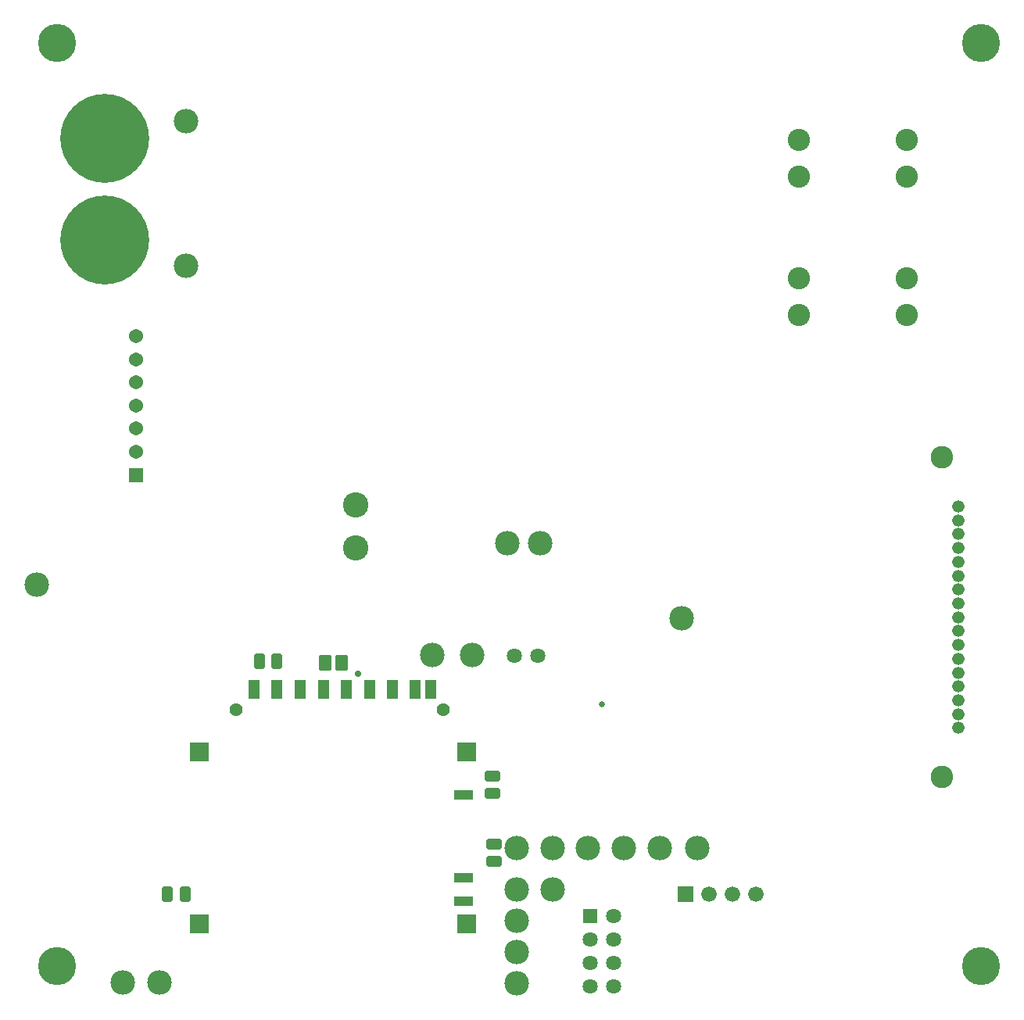
<source format=gbs>
G04*
G04 #@! TF.GenerationSoftware,Altium Limited,Altium Designer,20.1.11 (218)*
G04*
G04 Layer_Color=16711935*
%FSAX25Y25*%
%MOIN*%
G70*
G04*
G04 #@! TF.SameCoordinates,67A62120-44F4-422E-8626-A4E8A68DA6A5*
G04*
G04*
G04 #@! TF.FilePolarity,Negative*
G04*
G01*
G75*
G04:AMPARAMS|DCode=63|XSize=46.34mil|YSize=64.06mil|CornerRadius=6.63mil|HoleSize=0mil|Usage=FLASHONLY|Rotation=180.000|XOffset=0mil|YOffset=0mil|HoleType=Round|Shape=RoundedRectangle|*
%AMROUNDEDRECTD63*
21,1,0.04634,0.05079,0,0,180.0*
21,1,0.03307,0.06406,0,0,180.0*
1,1,0.01327,-0.01654,0.02539*
1,1,0.01327,0.01654,0.02539*
1,1,0.01327,0.01654,-0.02539*
1,1,0.01327,-0.01654,-0.02539*
%
%ADD63ROUNDEDRECTD63*%
G04:AMPARAMS|DCode=65|XSize=46.34mil|YSize=64.06mil|CornerRadius=6.63mil|HoleSize=0mil|Usage=FLASHONLY|Rotation=90.000|XOffset=0mil|YOffset=0mil|HoleType=Round|Shape=RoundedRectangle|*
%AMROUNDEDRECTD65*
21,1,0.04634,0.05079,0,0,90.0*
21,1,0.03307,0.06406,0,0,90.0*
1,1,0.01327,0.02539,0.01654*
1,1,0.01327,0.02539,-0.01654*
1,1,0.01327,-0.02539,-0.01654*
1,1,0.01327,-0.02539,0.01654*
%
%ADD65ROUNDEDRECTD65*%
G04:AMPARAMS|DCode=72|XSize=54.21mil|YSize=67.99mil|CornerRadius=7.42mil|HoleSize=0mil|Usage=FLASHONLY|Rotation=180.000|XOffset=0mil|YOffset=0mil|HoleType=Round|Shape=RoundedRectangle|*
%AMROUNDEDRECTD72*
21,1,0.05421,0.05315,0,0,180.0*
21,1,0.03937,0.06799,0,0,180.0*
1,1,0.01484,-0.01968,0.02657*
1,1,0.01484,0.01968,0.02657*
1,1,0.01484,0.01968,-0.02657*
1,1,0.01484,-0.01968,-0.02657*
%
%ADD72ROUNDEDRECTD72*%
%ADD98C,0.06602*%
%ADD99R,0.06602X0.06602*%
%ADD100C,0.10500*%
%ADD101C,0.05224*%
%ADD102C,0.09594*%
%ADD103C,0.05618*%
%ADD104C,0.09500*%
%ADD105R,0.06043X0.06043*%
%ADD106C,0.06043*%
%ADD107C,0.10835*%
%ADD108C,0.02500*%
%ADD109C,0.06406*%
%ADD110C,0.16248*%
%ADD111R,0.06406X0.06406*%
%ADD112C,0.37902*%
%ADD113C,0.02900*%
%ADD137R,0.04831X0.08374*%
%ADD138R,0.08374X0.04437*%
%ADD139R,0.08374X0.08374*%
D63*
X0054420Y-0362901D02*
D03*
X0046900D02*
D03*
X0093550Y-0263731D02*
D03*
X0086030D02*
D03*
D65*
X0186080Y-0349080D02*
D03*
Y-0341561D02*
D03*
X0185550Y-0312521D02*
D03*
Y-0320041D02*
D03*
D72*
X0121304Y-0264251D02*
D03*
X0114256D02*
D03*
D98*
X0297800Y-0363001D02*
D03*
X0287800D02*
D03*
X0277800D02*
D03*
D99*
X0267800D02*
D03*
D100*
X0195780Y-0374401D02*
D03*
X-0008825Y-0231001D02*
D03*
X0159990Y-0260901D02*
D03*
X0043400Y-0400501D02*
D03*
X0027700D02*
D03*
X0195700Y-0361101D02*
D03*
X0211300D02*
D03*
X0176700Y-0260901D02*
D03*
X0205894Y-0213359D02*
D03*
X0191794D02*
D03*
X0055000Y-0095071D02*
D03*
X0226297Y-0343401D02*
D03*
X0241545D02*
D03*
X0256794D02*
D03*
X0273000D02*
D03*
X0266210Y-0245311D02*
D03*
X0055000Y-0033301D02*
D03*
X0211048Y-0343401D02*
D03*
X0195700Y-0401001D02*
D03*
Y-0387701D02*
D03*
X0195800Y-0343401D02*
D03*
D101*
X0384268Y-0292107D02*
D03*
Y-0286201D02*
D03*
Y-0280296D02*
D03*
Y-0274390D02*
D03*
Y-0268485D02*
D03*
Y-0262579D02*
D03*
Y-0256674D02*
D03*
Y-0250768D02*
D03*
Y-0244863D02*
D03*
Y-0238957D02*
D03*
Y-0233052D02*
D03*
Y-0227146D02*
D03*
Y-0221241D02*
D03*
Y-0215335D02*
D03*
Y-0209430D02*
D03*
Y-0203524D02*
D03*
Y-0197619D02*
D03*
D102*
X0377181Y-0312973D02*
D03*
Y-0176753D02*
D03*
D103*
X0164443Y-0284390D02*
D03*
X0076254D02*
D03*
D104*
X0362217Y-0100308D02*
D03*
X0316217Y-0057001D02*
D03*
Y-0100308D02*
D03*
Y-0116056D02*
D03*
X0362217D02*
D03*
X0316217Y-0041253D02*
D03*
X0362217Y-0057001D02*
D03*
Y-0041253D02*
D03*
D105*
X0033669Y-0184128D02*
D03*
D106*
Y-0174286D02*
D03*
Y-0164443D02*
D03*
Y-0154601D02*
D03*
Y-0144758D02*
D03*
Y-0134916D02*
D03*
Y-0125073D02*
D03*
D107*
X0127265Y-0197004D02*
D03*
Y-0215114D02*
D03*
D108*
X0232191Y-0282081D02*
D03*
D109*
X0194878Y-0261435D02*
D03*
X0204878D02*
D03*
X0227200Y-0382301D02*
D03*
Y-0392301D02*
D03*
Y-0402301D02*
D03*
X0237200Y-0372301D02*
D03*
Y-0382301D02*
D03*
Y-0392301D02*
D03*
Y-0402301D02*
D03*
D110*
X0393701Y-0393701D02*
D03*
Y0000000D02*
D03*
X0000000D02*
D03*
Y-0393701D02*
D03*
D111*
X0227200Y-0372301D02*
D03*
D112*
X0020100Y-0040501D02*
D03*
Y-0083808D02*
D03*
D113*
X0128150Y-0268911D02*
D03*
D137*
X0093676Y-0275729D02*
D03*
X0103518D02*
D03*
X0113361D02*
D03*
X0123203D02*
D03*
X0133046D02*
D03*
X0142888D02*
D03*
X0152435D02*
D03*
X0159128D02*
D03*
X0083833D02*
D03*
D138*
X0173105Y-0320611D02*
D03*
Y-0355847D02*
D03*
Y-0366083D02*
D03*
D139*
X0174680Y-0302304D02*
D03*
X0060506D02*
D03*
X0174680Y-0375729D02*
D03*
X0060506D02*
D03*
M02*

</source>
